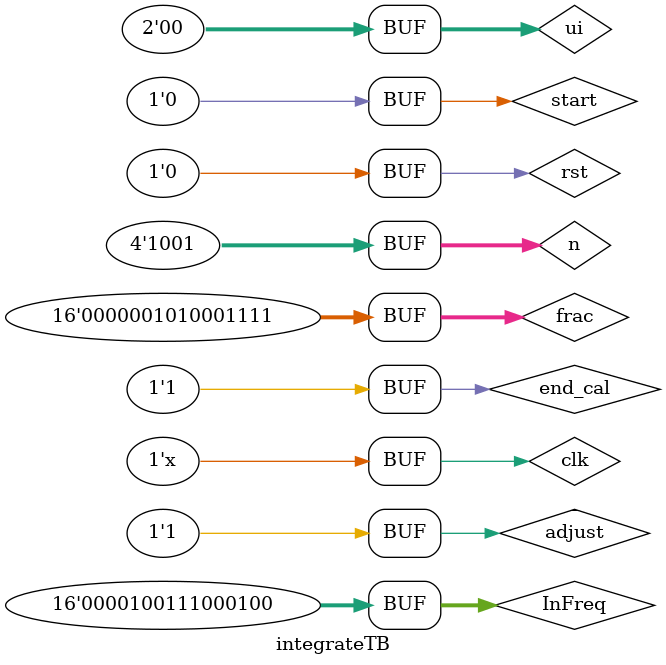
<source format=v>
`timescale 1ns/1ns
module integrateTB();

reg clk, rst, adjust, end_cal, start;
reg[3:0]n;
reg [15:0]InFreq;
reg [15:0] frac;
reg [1:0] ui;
wire valid, done;

integrate_system cpu(clk, rst, adjust, end_cal, start, n, InFreq, frac, ui, valid, done);

initial begin 
	clk = 1'b1;
	rst = 1'b0;
	ui = 2'b00;
	frac =  16'b0000001010001111;//0.01
	InFreq = 16'd2500;//200 kHz
	n = 4'b1001;
	#7 start = 1'b0;
end

always #3 clk = ~clk;//162 MHz 

initial begin
	adjust = 1'b0;
	#7 adjust = 1'b1;
	#100000 start = 1;
	#1000 start = 1'b0;
	#10000000 end_cal = 1'b1;
end


/*initial begin 
	clk = 1'b1;
	rst = 1'b0;
	ui = 2'b00;
	frac =  16'b0000001010001111;//0.01
	InFreq = 16'd2500;//200 kHz
	n = 4'b0111;
	#255 start = 1'b0;
end

always #125 clk = ~clk;//25 MHz 

initial begin
	adjust = 1'b0;
	#255 adjust = 1'b1;
	#100000
	#255 start = 1;
	#100 start = 1'b0;
	#1000000 end_cal = 1'b1;
end*/

endmodule

</source>
